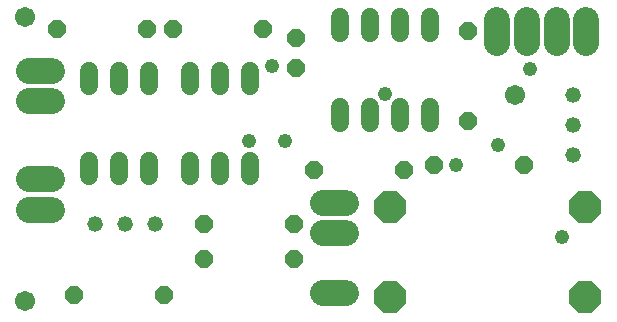
<source format=gbr>
G04 EAGLE Gerber RS-274X export*
G75*
%MOMM*%
%FSLAX34Y34*%
%LPD*%
%INSoldermask Top*%
%IPPOS*%
%AMOC8*
5,1,8,0,0,1.08239X$1,22.5*%
G01*
%ADD10C,1.703200*%
%ADD11P,1.649562X8X202.500000*%
%ADD12C,1.524000*%
%ADD13C,2.184400*%
%ADD14P,2.969212X8X292.500000*%
%ADD15P,1.649562X8X292.500000*%
%ADD16P,1.649562X8X22.500000*%
%ADD17C,1.320800*%
%ADD18C,1.219200*%


D10*
X445000Y204000D03*
X30000Y270000D03*
X30000Y30000D03*
D11*
X351361Y140430D03*
X275161Y140430D03*
X258100Y95000D03*
X181900Y95000D03*
X232100Y260000D03*
X155900Y260000D03*
D12*
X220400Y224704D02*
X220400Y211496D01*
X195000Y211496D02*
X195000Y224704D01*
X195000Y148504D02*
X195000Y135296D01*
X220400Y135296D02*
X220400Y148504D01*
X169600Y211496D02*
X169600Y224704D01*
X169600Y148504D02*
X169600Y135296D01*
D13*
X53106Y106600D02*
X33294Y106600D01*
X33294Y224800D02*
X53106Y224800D01*
D14*
X504314Y109427D03*
X504314Y33227D03*
X339214Y109427D03*
X339214Y33227D03*
D13*
X302106Y36600D02*
X282294Y36600D01*
X282294Y87400D02*
X302106Y87400D01*
D11*
X133100Y260000D03*
X56900Y260000D03*
D12*
X135400Y224704D02*
X135400Y211496D01*
X110000Y211496D02*
X110000Y224704D01*
X110000Y148504D02*
X110000Y135296D01*
X135400Y135296D02*
X135400Y148504D01*
X84600Y211496D02*
X84600Y224704D01*
X84600Y148504D02*
X84600Y135296D01*
D13*
X53106Y199400D02*
X33294Y199400D01*
D15*
X405000Y258100D03*
X405000Y181900D03*
D16*
X376900Y145000D03*
X453100Y145000D03*
D17*
X494500Y153600D03*
X494500Y179000D03*
X494500Y204400D03*
X140400Y95000D03*
X115000Y95000D03*
X89600Y95000D03*
D13*
X429600Y247794D02*
X429600Y267606D01*
X302106Y112800D02*
X282294Y112800D01*
D15*
X260000Y252700D03*
X260000Y227300D03*
D11*
X258100Y65000D03*
X181900Y65000D03*
D16*
X71900Y35000D03*
X148100Y35000D03*
D12*
X296900Y180296D02*
X296900Y193504D01*
X322300Y193504D02*
X322300Y180296D01*
X347700Y180296D02*
X347700Y193504D01*
X373100Y193504D02*
X373100Y180296D01*
X373100Y256496D02*
X373100Y269704D01*
X347700Y269704D02*
X347700Y256496D01*
X322300Y256496D02*
X322300Y269704D01*
X296900Y269704D02*
X296900Y256496D01*
D13*
X53106Y132800D02*
X33294Y132800D01*
X455000Y247794D02*
X455000Y267606D01*
X480400Y267606D02*
X480400Y247794D01*
X505400Y247794D02*
X505400Y267606D01*
D18*
X239000Y229000D03*
X485000Y84000D03*
X458000Y226000D03*
X395000Y145000D03*
X335000Y205000D03*
X431000Y162000D03*
X220000Y165000D03*
X250000Y165000D03*
M02*

</source>
